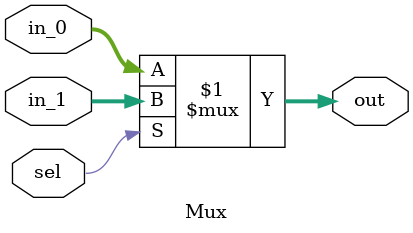
<source format=v>
module Mux
    (
        in_0,
        in_1,
        sel,
        out
    );
    parameter WIDTH = 5;

    input [WIDTH-1:0]in_0;
    input [WIDTH-1:0]in_1;
    input sel;

    output [WIDTH-1:0]out;

    assign out=sel?in_1:in_0;
endmodule

</source>
